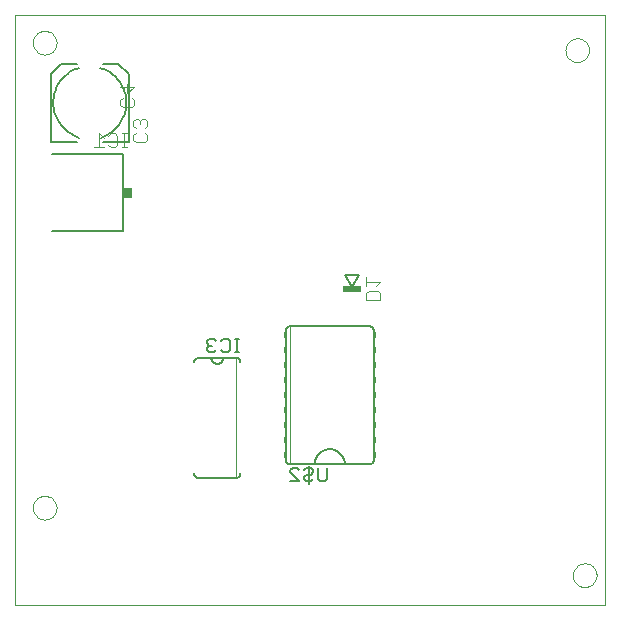
<source format=gbo>
G75*
%MOIN*%
%OFA0B0*%
%FSLAX24Y24*%
%IPPOS*%
%LPD*%
%AMOC8*
5,1,8,0,0,1.08239X$1,22.5*
%
%ADD10C,0.0000*%
%ADD11C,0.0080*%
%ADD12C,0.0040*%
%ADD13R,0.0300X0.0340*%
%ADD14C,0.0060*%
%ADD15C,0.0020*%
%ADD16C,0.0050*%
%ADD17R,0.0050X0.0200*%
%ADD18R,0.0620X0.0240*%
D10*
X001100Y000333D02*
X001100Y020018D01*
X020785Y020018D01*
X020785Y000333D01*
X001100Y000333D01*
X001706Y003583D02*
X001708Y003622D01*
X001714Y003661D01*
X001724Y003699D01*
X001737Y003736D01*
X001754Y003771D01*
X001774Y003805D01*
X001798Y003836D01*
X001825Y003865D01*
X001854Y003891D01*
X001886Y003914D01*
X001920Y003934D01*
X001956Y003950D01*
X001993Y003962D01*
X002032Y003971D01*
X002071Y003976D01*
X002110Y003977D01*
X002149Y003974D01*
X002188Y003967D01*
X002225Y003956D01*
X002262Y003942D01*
X002297Y003924D01*
X002330Y003903D01*
X002361Y003878D01*
X002389Y003851D01*
X002414Y003821D01*
X002436Y003788D01*
X002455Y003754D01*
X002470Y003718D01*
X002482Y003680D01*
X002490Y003642D01*
X002494Y003603D01*
X002494Y003563D01*
X002490Y003524D01*
X002482Y003486D01*
X002470Y003448D01*
X002455Y003412D01*
X002436Y003378D01*
X002414Y003345D01*
X002389Y003315D01*
X002361Y003288D01*
X002330Y003263D01*
X002297Y003242D01*
X002262Y003224D01*
X002225Y003210D01*
X002188Y003199D01*
X002149Y003192D01*
X002110Y003189D01*
X002071Y003190D01*
X002032Y003195D01*
X001993Y003204D01*
X001956Y003216D01*
X001920Y003232D01*
X001886Y003252D01*
X001854Y003275D01*
X001825Y003301D01*
X001798Y003330D01*
X001774Y003361D01*
X001754Y003395D01*
X001737Y003430D01*
X001724Y003467D01*
X001714Y003505D01*
X001708Y003544D01*
X001706Y003583D01*
X001706Y019083D02*
X001708Y019122D01*
X001714Y019161D01*
X001724Y019199D01*
X001737Y019236D01*
X001754Y019271D01*
X001774Y019305D01*
X001798Y019336D01*
X001825Y019365D01*
X001854Y019391D01*
X001886Y019414D01*
X001920Y019434D01*
X001956Y019450D01*
X001993Y019462D01*
X002032Y019471D01*
X002071Y019476D01*
X002110Y019477D01*
X002149Y019474D01*
X002188Y019467D01*
X002225Y019456D01*
X002262Y019442D01*
X002297Y019424D01*
X002330Y019403D01*
X002361Y019378D01*
X002389Y019351D01*
X002414Y019321D01*
X002436Y019288D01*
X002455Y019254D01*
X002470Y019218D01*
X002482Y019180D01*
X002490Y019142D01*
X002494Y019103D01*
X002494Y019063D01*
X002490Y019024D01*
X002482Y018986D01*
X002470Y018948D01*
X002455Y018912D01*
X002436Y018878D01*
X002414Y018845D01*
X002389Y018815D01*
X002361Y018788D01*
X002330Y018763D01*
X002297Y018742D01*
X002262Y018724D01*
X002225Y018710D01*
X002188Y018699D01*
X002149Y018692D01*
X002110Y018689D01*
X002071Y018690D01*
X002032Y018695D01*
X001993Y018704D01*
X001956Y018716D01*
X001920Y018732D01*
X001886Y018752D01*
X001854Y018775D01*
X001825Y018801D01*
X001798Y018830D01*
X001774Y018861D01*
X001754Y018895D01*
X001737Y018930D01*
X001724Y018967D01*
X001714Y019005D01*
X001708Y019044D01*
X001706Y019083D01*
X019456Y018833D02*
X019458Y018872D01*
X019464Y018911D01*
X019474Y018949D01*
X019487Y018986D01*
X019504Y019021D01*
X019524Y019055D01*
X019548Y019086D01*
X019575Y019115D01*
X019604Y019141D01*
X019636Y019164D01*
X019670Y019184D01*
X019706Y019200D01*
X019743Y019212D01*
X019782Y019221D01*
X019821Y019226D01*
X019860Y019227D01*
X019899Y019224D01*
X019938Y019217D01*
X019975Y019206D01*
X020012Y019192D01*
X020047Y019174D01*
X020080Y019153D01*
X020111Y019128D01*
X020139Y019101D01*
X020164Y019071D01*
X020186Y019038D01*
X020205Y019004D01*
X020220Y018968D01*
X020232Y018930D01*
X020240Y018892D01*
X020244Y018853D01*
X020244Y018813D01*
X020240Y018774D01*
X020232Y018736D01*
X020220Y018698D01*
X020205Y018662D01*
X020186Y018628D01*
X020164Y018595D01*
X020139Y018565D01*
X020111Y018538D01*
X020080Y018513D01*
X020047Y018492D01*
X020012Y018474D01*
X019975Y018460D01*
X019938Y018449D01*
X019899Y018442D01*
X019860Y018439D01*
X019821Y018440D01*
X019782Y018445D01*
X019743Y018454D01*
X019706Y018466D01*
X019670Y018482D01*
X019636Y018502D01*
X019604Y018525D01*
X019575Y018551D01*
X019548Y018580D01*
X019524Y018611D01*
X019504Y018645D01*
X019487Y018680D01*
X019474Y018717D01*
X019464Y018755D01*
X019458Y018794D01*
X019456Y018833D01*
X019706Y001333D02*
X019708Y001372D01*
X019714Y001411D01*
X019724Y001449D01*
X019737Y001486D01*
X019754Y001521D01*
X019774Y001555D01*
X019798Y001586D01*
X019825Y001615D01*
X019854Y001641D01*
X019886Y001664D01*
X019920Y001684D01*
X019956Y001700D01*
X019993Y001712D01*
X020032Y001721D01*
X020071Y001726D01*
X020110Y001727D01*
X020149Y001724D01*
X020188Y001717D01*
X020225Y001706D01*
X020262Y001692D01*
X020297Y001674D01*
X020330Y001653D01*
X020361Y001628D01*
X020389Y001601D01*
X020414Y001571D01*
X020436Y001538D01*
X020455Y001504D01*
X020470Y001468D01*
X020482Y001430D01*
X020490Y001392D01*
X020494Y001353D01*
X020494Y001313D01*
X020490Y001274D01*
X020482Y001236D01*
X020470Y001198D01*
X020455Y001162D01*
X020436Y001128D01*
X020414Y001095D01*
X020389Y001065D01*
X020361Y001038D01*
X020330Y001013D01*
X020297Y000992D01*
X020262Y000974D01*
X020225Y000960D01*
X020188Y000949D01*
X020149Y000942D01*
X020110Y000939D01*
X020071Y000940D01*
X020032Y000945D01*
X019993Y000954D01*
X019956Y000966D01*
X019920Y000982D01*
X019886Y001002D01*
X019854Y001025D01*
X019825Y001051D01*
X019798Y001080D01*
X019774Y001111D01*
X019754Y001145D01*
X019737Y001180D01*
X019724Y001217D01*
X019714Y001255D01*
X019708Y001294D01*
X019706Y001333D01*
D11*
X012350Y010936D02*
X012114Y011330D01*
X012586Y011330D01*
X012350Y010936D01*
X004899Y015784D02*
X004899Y018028D01*
X004545Y018383D01*
X004033Y018383D01*
X003167Y018383D02*
X002655Y018383D01*
X002301Y018028D01*
X002301Y015784D01*
X003167Y015784D01*
X004033Y015784D02*
X004899Y015784D01*
X004700Y015373D02*
X002340Y015373D01*
X003974Y015922D02*
X004039Y015945D01*
X004102Y015971D01*
X004163Y016001D01*
X004223Y016035D01*
X004281Y016071D01*
X004337Y016111D01*
X004390Y016154D01*
X004441Y016200D01*
X004489Y016249D01*
X004534Y016300D01*
X004577Y016354D01*
X004616Y016410D01*
X004652Y016468D01*
X004685Y016529D01*
X004714Y016591D01*
X004740Y016654D01*
X004762Y016719D01*
X004781Y016785D01*
X004795Y016852D01*
X004806Y016919D01*
X004813Y016988D01*
X004817Y017056D01*
X004816Y017125D01*
X004812Y017193D01*
X004803Y017261D01*
X004791Y017328D01*
X004776Y017395D01*
X004756Y017461D01*
X004733Y017525D01*
X004706Y017588D01*
X004675Y017650D01*
X004642Y017709D01*
X004605Y017767D01*
X004564Y017822D01*
X004521Y017875D01*
X004475Y017926D01*
X004426Y017974D01*
X004374Y018019D01*
X004320Y018061D01*
X004264Y018100D01*
X004205Y018136D01*
X004145Y018168D01*
X004083Y018197D01*
X004019Y018223D01*
X003954Y018244D01*
X003226Y018244D02*
X003161Y018221D01*
X003098Y018195D01*
X003037Y018165D01*
X002977Y018131D01*
X002919Y018095D01*
X002863Y018055D01*
X002810Y018012D01*
X002759Y017966D01*
X002711Y017917D01*
X002666Y017866D01*
X002623Y017812D01*
X002584Y017756D01*
X002548Y017698D01*
X002515Y017637D01*
X002486Y017575D01*
X002460Y017512D01*
X002438Y017447D01*
X002419Y017381D01*
X002405Y017314D01*
X002394Y017247D01*
X002387Y017178D01*
X002383Y017110D01*
X002384Y017041D01*
X002388Y016973D01*
X002397Y016905D01*
X002409Y016838D01*
X002424Y016771D01*
X002444Y016705D01*
X002467Y016641D01*
X002494Y016578D01*
X002525Y016516D01*
X002558Y016457D01*
X002595Y016399D01*
X002636Y016344D01*
X002679Y016291D01*
X002725Y016240D01*
X002774Y016192D01*
X002826Y016147D01*
X002880Y016105D01*
X002936Y016066D01*
X002995Y016030D01*
X003055Y015998D01*
X003117Y015969D01*
X003181Y015943D01*
X003246Y015922D01*
X004700Y015373D02*
X004700Y012793D01*
X002340Y012793D01*
D12*
X003756Y015603D02*
X004063Y015603D01*
X003909Y015603D02*
X003909Y016064D01*
X004063Y015910D01*
X004216Y015987D02*
X004293Y016064D01*
X004446Y016064D01*
X004523Y015987D01*
X004523Y015680D01*
X004446Y015603D01*
X004293Y015603D01*
X004216Y015680D01*
X004677Y015603D02*
X004830Y015603D01*
X004753Y015603D02*
X004753Y016064D01*
X004677Y016064D02*
X004830Y016064D01*
X005049Y015999D02*
X005049Y015845D01*
X005126Y015769D01*
X005433Y015769D01*
X005510Y015845D01*
X005510Y015999D01*
X005433Y016076D01*
X005433Y016229D02*
X005510Y016306D01*
X005510Y016459D01*
X005433Y016536D01*
X005356Y016536D01*
X005279Y016459D01*
X005203Y016536D01*
X005126Y016536D01*
X005049Y016459D01*
X005049Y016306D01*
X005126Y016229D01*
X005126Y016076D02*
X005049Y015999D01*
X005279Y016383D02*
X005279Y016459D01*
X005004Y016933D02*
X004697Y016933D01*
X004620Y017009D01*
X004620Y017163D01*
X004697Y017239D01*
X004850Y017393D02*
X004850Y017700D01*
X004620Y017623D02*
X005080Y017623D01*
X004850Y017393D01*
X005004Y017239D02*
X005080Y017163D01*
X005080Y017009D01*
X005004Y016933D01*
X012820Y011271D02*
X012820Y010964D01*
X012820Y011117D02*
X013280Y011117D01*
X013127Y010964D01*
X013204Y010810D02*
X012897Y010810D01*
X012820Y010734D01*
X012820Y010503D01*
X013280Y010503D01*
X013280Y010734D01*
X013204Y010810D01*
D13*
X004890Y014083D03*
D14*
X010130Y009483D02*
X010130Y005183D01*
X010132Y005160D01*
X010137Y005137D01*
X010146Y005115D01*
X010159Y005095D01*
X010174Y005077D01*
X010192Y005062D01*
X010212Y005049D01*
X010234Y005040D01*
X010257Y005035D01*
X010280Y005033D01*
X011100Y005033D01*
X012100Y005033D01*
X012920Y005033D01*
X012943Y005035D01*
X012966Y005040D01*
X012988Y005049D01*
X013008Y005062D01*
X013026Y005077D01*
X013041Y005095D01*
X013054Y005115D01*
X013063Y005137D01*
X013068Y005160D01*
X013070Y005183D01*
X013070Y009483D01*
X013068Y009506D01*
X013063Y009529D01*
X013054Y009551D01*
X013041Y009571D01*
X013026Y009589D01*
X013008Y009604D01*
X012988Y009617D01*
X012966Y009626D01*
X012943Y009631D01*
X012920Y009633D01*
X010280Y009633D01*
X010257Y009631D01*
X010234Y009626D01*
X010212Y009617D01*
X010192Y009604D01*
X010174Y009589D01*
X010159Y009571D01*
X010146Y009551D01*
X010137Y009529D01*
X010132Y009506D01*
X010130Y009483D01*
X008470Y008583D02*
X008050Y008583D01*
X007650Y008583D01*
X007230Y008583D01*
X007207Y008581D01*
X007184Y008576D01*
X007162Y008567D01*
X007142Y008554D01*
X007124Y008539D01*
X007109Y008521D01*
X007096Y008501D01*
X007087Y008479D01*
X007082Y008456D01*
X007080Y008433D01*
X007650Y008583D02*
X007652Y008556D01*
X007657Y008529D01*
X007667Y008503D01*
X007679Y008479D01*
X007695Y008457D01*
X007713Y008437D01*
X007735Y008420D01*
X007758Y008405D01*
X007783Y008395D01*
X007809Y008387D01*
X007836Y008383D01*
X007864Y008383D01*
X007891Y008387D01*
X007917Y008395D01*
X007942Y008405D01*
X007965Y008420D01*
X007987Y008437D01*
X008005Y008457D01*
X008021Y008479D01*
X008033Y008503D01*
X008043Y008529D01*
X008048Y008556D01*
X008050Y008583D01*
X008470Y008583D02*
X008493Y008581D01*
X008516Y008576D01*
X008538Y008567D01*
X008558Y008554D01*
X008576Y008539D01*
X008591Y008521D01*
X008604Y008501D01*
X008613Y008479D01*
X008618Y008456D01*
X008620Y008433D01*
X011100Y005033D02*
X011102Y005077D01*
X011108Y005120D01*
X011117Y005162D01*
X011130Y005204D01*
X011147Y005244D01*
X011167Y005283D01*
X011190Y005320D01*
X011217Y005354D01*
X011246Y005387D01*
X011279Y005416D01*
X011313Y005443D01*
X011350Y005466D01*
X011389Y005486D01*
X011429Y005503D01*
X011471Y005516D01*
X011513Y005525D01*
X011556Y005531D01*
X011600Y005533D01*
X011644Y005531D01*
X011687Y005525D01*
X011729Y005516D01*
X011771Y005503D01*
X011811Y005486D01*
X011850Y005466D01*
X011887Y005443D01*
X011921Y005416D01*
X011954Y005387D01*
X011983Y005354D01*
X012010Y005320D01*
X012033Y005283D01*
X012053Y005244D01*
X012070Y005204D01*
X012083Y005162D01*
X012092Y005120D01*
X012098Y005077D01*
X012100Y005033D01*
X008620Y004733D02*
X008618Y004710D01*
X008613Y004687D01*
X008604Y004665D01*
X008591Y004645D01*
X008576Y004627D01*
X008558Y004612D01*
X008538Y004599D01*
X008516Y004590D01*
X008493Y004585D01*
X008470Y004583D01*
X007230Y004583D01*
X007207Y004585D01*
X007184Y004590D01*
X007162Y004599D01*
X007142Y004612D01*
X007124Y004627D01*
X007109Y004645D01*
X007096Y004665D01*
X007087Y004687D01*
X007082Y004710D01*
X007080Y004733D01*
D15*
X008480Y004583D02*
X008480Y008583D01*
X010270Y009633D02*
X010270Y005033D01*
D16*
X010360Y004909D02*
X010285Y004834D01*
X010285Y004759D01*
X010585Y004458D01*
X010285Y004458D01*
X010360Y004909D02*
X010510Y004909D01*
X010585Y004834D01*
X010746Y004834D02*
X010821Y004909D01*
X010971Y004909D01*
X011046Y004834D01*
X011046Y004759D01*
X010971Y004684D01*
X010821Y004684D01*
X010746Y004608D01*
X010746Y004533D01*
X010821Y004458D01*
X010971Y004458D01*
X011046Y004533D01*
X011206Y004533D02*
X011281Y004458D01*
X011431Y004458D01*
X011506Y004533D01*
X011506Y004909D01*
X011206Y004909D02*
X011206Y004533D01*
X010896Y004383D02*
X010896Y004984D01*
X008575Y008758D02*
X008425Y008758D01*
X008500Y008758D02*
X008500Y009209D01*
X008575Y009209D02*
X008425Y009209D01*
X008268Y009134D02*
X008268Y008833D01*
X008193Y008758D01*
X008043Y008758D01*
X007968Y008833D01*
X007808Y008833D02*
X007733Y008758D01*
X007583Y008758D01*
X007508Y008833D01*
X007508Y008908D01*
X007583Y008984D01*
X007658Y008984D01*
X007583Y008984D02*
X007508Y009059D01*
X007508Y009134D01*
X007583Y009209D01*
X007733Y009209D01*
X007808Y009134D01*
X007968Y009134D02*
X008043Y009209D01*
X008193Y009209D01*
X008268Y009134D01*
D17*
X010105Y009333D03*
X010105Y008833D03*
X010105Y008333D03*
X010105Y007833D03*
X010105Y007333D03*
X010105Y006833D03*
X010105Y006333D03*
X010105Y005833D03*
X010105Y005333D03*
X013095Y005333D03*
X013095Y005833D03*
X013095Y006333D03*
X013095Y006833D03*
X013095Y007333D03*
X013095Y007833D03*
X013095Y008333D03*
X013095Y008833D03*
X013095Y009333D03*
D18*
X012350Y010863D03*
M02*

</source>
